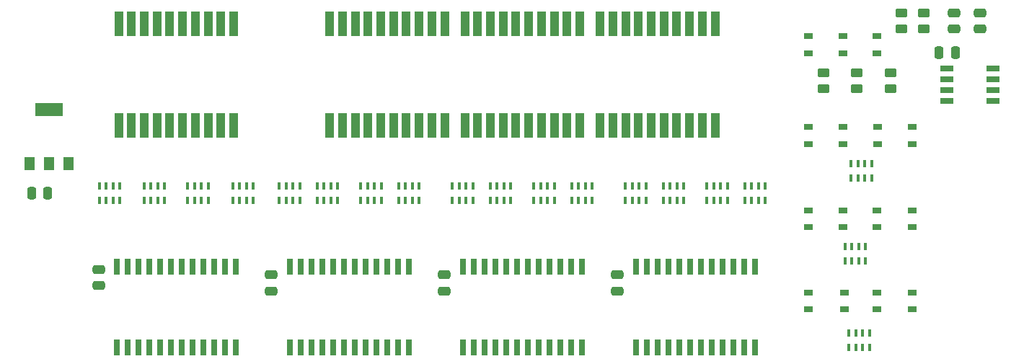
<source format=gtp>
%TF.GenerationSoftware,KiCad,Pcbnew,8.0.4*%
%TF.CreationDate,2024-08-08T15:11:11+02:00*%
%TF.ProjectId,W65C816 Debug Display,57363543-3831-4362-9044-656275672044,V1*%
%TF.SameCoordinates,PX2b4c984PY5781bbc*%
%TF.FileFunction,Paste,Top*%
%TF.FilePolarity,Positive*%
%FSLAX46Y46*%
G04 Gerber Fmt 4.6, Leading zero omitted, Abs format (unit mm)*
G04 Created by KiCad (PCBNEW 8.0.4) date 2024-08-08 15:11:11*
%MOMM*%
%LPD*%
G01*
G04 APERTURE LIST*
G04 Aperture macros list*
%AMRoundRect*
0 Rectangle with rounded corners*
0 $1 Rounding radius*
0 $2 $3 $4 $5 $6 $7 $8 $9 X,Y pos of 4 corners*
0 Add a 4 corners polygon primitive as box body*
4,1,4,$2,$3,$4,$5,$6,$7,$8,$9,$2,$3,0*
0 Add four circle primitives for the rounded corners*
1,1,$1+$1,$2,$3*
1,1,$1+$1,$4,$5*
1,1,$1+$1,$6,$7*
1,1,$1+$1,$8,$9*
0 Add four rect primitives between the rounded corners*
20,1,$1+$1,$2,$3,$4,$5,0*
20,1,$1+$1,$4,$5,$6,$7,0*
20,1,$1+$1,$6,$7,$8,$9,0*
20,1,$1+$1,$8,$9,$2,$3,0*%
G04 Aperture macros list end*
%ADD10R,0.450000X0.900000*%
%ADD11R,1.000000X0.800000*%
%ADD12R,1.000000X3.000000*%
%ADD13RoundRect,0.250000X-0.475000X0.250000X-0.475000X-0.250000X0.475000X-0.250000X0.475000X0.250000X0*%
%ADD14RoundRect,0.250000X0.450000X-0.262500X0.450000X0.262500X-0.450000X0.262500X-0.450000X-0.262500X0*%
%ADD15R,1.550000X0.650000*%
%ADD16RoundRect,0.250000X0.475000X-0.250000X0.475000X0.250000X-0.475000X0.250000X-0.475000X-0.250000X0*%
%ADD17R,0.650000X1.925000*%
%ADD18R,1.200000X1.500000*%
%ADD19R,3.300000X1.500000*%
%ADD20RoundRect,0.250000X-0.450000X0.262500X-0.450000X-0.262500X0.450000X-0.262500X0.450000X0.262500X0*%
%ADD21RoundRect,0.250000X0.250000X0.475000X-0.250000X0.475000X-0.250000X-0.475000X0.250000X-0.475000X0*%
%ADD22RoundRect,0.250000X-0.250000X-0.475000X0.250000X-0.475000X0.250000X0.475000X-0.250000X0.475000X0*%
G04 APERTURE END LIST*
D10*
%TO.C,RN4*%
X15417800Y21057500D03*
X16217800Y21057500D03*
X17017800Y21057500D03*
X17817800Y21057500D03*
X17817800Y22757500D03*
X17017800Y22757500D03*
X16217800Y22757500D03*
X15417800Y22757500D03*
%TD*%
D11*
%TO.C,LED5*%
X102743000Y19923800D03*
X102743000Y17923800D03*
%TD*%
D10*
%TO.C,RN11*%
X68846700Y22757500D03*
X68046700Y22757500D03*
X67246700Y22757500D03*
X66446700Y22757500D03*
X66446700Y21057500D03*
X67246700Y21057500D03*
X68046700Y21057500D03*
X68846700Y21057500D03*
%TD*%
D11*
%TO.C,LED10*%
X106807000Y29702800D03*
X106807000Y27702800D03*
%TD*%
D12*
%TO.C,DS3*%
X58337500Y29877500D03*
X59837500Y29877500D03*
X61337500Y29877500D03*
X62837500Y29877500D03*
X64337500Y29877500D03*
X65837500Y29877500D03*
X67337500Y29877500D03*
X68837500Y29877500D03*
X70337500Y29877500D03*
X71837500Y29877500D03*
X71837500Y41877500D03*
X70337500Y41877500D03*
X68837500Y41877500D03*
X67337500Y41877500D03*
X65837500Y41877500D03*
X64337500Y41877500D03*
X62837500Y41877500D03*
X61337500Y41877500D03*
X59837500Y41877500D03*
X58337500Y41877500D03*
%TD*%
D10*
%TO.C,RN8*%
X56883300Y21057500D03*
X57683300Y21057500D03*
X58483300Y21057500D03*
X59283300Y21057500D03*
X59283300Y22757500D03*
X58483300Y22757500D03*
X57683300Y22757500D03*
X56883300Y22757500D03*
%TD*%
D11*
%TO.C,LED11*%
X110871000Y29702800D03*
X110871000Y27702800D03*
%TD*%
D13*
%TO.C,C31*%
X76200000Y12364000D03*
X76200000Y10464000D03*
%TD*%
D14*
%TO.C,R5*%
X112188121Y41251500D03*
X112188121Y43076500D03*
%TD*%
D15*
%TO.C,IC10*%
X114934121Y36576000D03*
X114934121Y35306000D03*
X114934121Y34036000D03*
X114934121Y32766000D03*
X120384121Y32766000D03*
X120384121Y34036000D03*
X120384121Y35306000D03*
X120384121Y36576000D03*
%TD*%
D12*
%TO.C,DS2*%
X17697500Y29877500D03*
X19197500Y29877500D03*
X20697500Y29877500D03*
X22197500Y29877500D03*
X23697500Y29877500D03*
X25197500Y29877500D03*
X26697500Y29877500D03*
X28197500Y29877500D03*
X29697500Y29877500D03*
X31197500Y29877500D03*
X31197500Y41877500D03*
X29697500Y41877500D03*
X28197500Y41877500D03*
X26697500Y41877500D03*
X25197500Y41877500D03*
X23697500Y41877500D03*
X22197500Y41877500D03*
X20697500Y41877500D03*
X19197500Y41877500D03*
X17697500Y41877500D03*
%TD*%
D13*
%TO.C,C37*%
X55880000Y12364000D03*
X55880000Y10464000D03*
%TD*%
D11*
%TO.C,LED9*%
X102743000Y29702800D03*
X102743000Y27702800D03*
%TD*%
D16*
%TO.C,C7*%
X118802121Y41230000D03*
X118802121Y43130000D03*
%TD*%
D11*
%TO.C,LED13*%
X102870000Y10271800D03*
X102870000Y8271800D03*
%TD*%
D10*
%TO.C,RN10*%
X73291700Y22757500D03*
X72491700Y22757500D03*
X71691700Y22757500D03*
X70891700Y22757500D03*
X70891700Y21057500D03*
X71691700Y21057500D03*
X72491700Y21057500D03*
X73291700Y21057500D03*
%TD*%
%TO.C,RN22*%
X103448000Y3820000D03*
X104248000Y3820000D03*
X105048000Y3820000D03*
X105848000Y3820000D03*
X105848000Y5520000D03*
X105048000Y5520000D03*
X104248000Y5520000D03*
X103448000Y5520000D03*
%TD*%
D11*
%TO.C,LED3*%
X102743000Y40370800D03*
X102743000Y38370800D03*
%TD*%
%TO.C,LED2*%
X98679000Y40370800D03*
X98679000Y38370800D03*
%TD*%
D16*
%TO.C,C8*%
X115754121Y41230000D03*
X115754121Y43130000D03*
%TD*%
D14*
%TO.C,R7*%
X100447000Y34251300D03*
X100447000Y36076300D03*
%TD*%
D11*
%TO.C,LED4*%
X98679000Y19923800D03*
X98679000Y17923800D03*
%TD*%
D12*
%TO.C,DS5*%
X42462500Y29877500D03*
X43962500Y29877500D03*
X45462500Y29877500D03*
X46962500Y29877500D03*
X48462500Y29877500D03*
X49962500Y29877500D03*
X51462500Y29877500D03*
X52962500Y29877500D03*
X54462500Y29877500D03*
X55962500Y29877500D03*
X55962500Y41877500D03*
X54462500Y41877500D03*
X52962500Y41877500D03*
X51462500Y41877500D03*
X49962500Y41877500D03*
X48462500Y41877500D03*
X46962500Y41877500D03*
X45462500Y41877500D03*
X43962500Y41877500D03*
X42462500Y41877500D03*
%TD*%
D10*
%TO.C,RN20*%
X102990800Y13964800D03*
X103790800Y13964800D03*
X104590800Y13964800D03*
X105390800Y13964800D03*
X105390800Y15664800D03*
X104590800Y15664800D03*
X103790800Y15664800D03*
X102990800Y15664800D03*
%TD*%
D17*
%TO.C,IC21*%
X37782500Y3860500D03*
X39052500Y3860500D03*
X40322500Y3860500D03*
X41592500Y3860500D03*
X42862500Y3860500D03*
X44132500Y3860500D03*
X45402500Y3860500D03*
X46672500Y3860500D03*
X47942500Y3860500D03*
X49212500Y3860500D03*
X50482500Y3860500D03*
X51752500Y3860500D03*
X51752500Y13284500D03*
X50482500Y13284500D03*
X49212500Y13284500D03*
X47942500Y13284500D03*
X46672500Y13284500D03*
X45402500Y13284500D03*
X44132500Y13284500D03*
X42862500Y13284500D03*
X41592500Y13284500D03*
X40322500Y13284500D03*
X39052500Y13284500D03*
X37782500Y13284500D03*
%TD*%
D18*
%TO.C,IC1*%
X7225000Y25375000D03*
X9525000Y25375000D03*
X11825000Y25375000D03*
D19*
X9525000Y31775000D03*
%TD*%
D13*
%TO.C,C33*%
X35560000Y12364000D03*
X35560000Y10464000D03*
%TD*%
D11*
%TO.C,LED6*%
X106680000Y19923800D03*
X106680000Y17923800D03*
%TD*%
D17*
%TO.C,IC19*%
X58102500Y3860500D03*
X59372500Y3860500D03*
X60642500Y3860500D03*
X61912500Y3860500D03*
X63182500Y3860500D03*
X64452500Y3860500D03*
X65722500Y3860500D03*
X66992500Y3860500D03*
X68262500Y3860500D03*
X69532500Y3860500D03*
X70802500Y3860500D03*
X72072500Y3860500D03*
X72072500Y13284500D03*
X70802500Y13284500D03*
X69532500Y13284500D03*
X68262500Y13284500D03*
X66992500Y13284500D03*
X65722500Y13284500D03*
X64452500Y13284500D03*
X63182500Y13284500D03*
X61912500Y13284500D03*
X60642500Y13284500D03*
X59372500Y13284500D03*
X58102500Y13284500D03*
%TD*%
D11*
%TO.C,LED12*%
X98679000Y10271800D03*
X98679000Y8271800D03*
%TD*%
D10*
%TO.C,RN9*%
X61328300Y21057500D03*
X62128300Y21057500D03*
X62928300Y21057500D03*
X63728300Y21057500D03*
X63728300Y22757500D03*
X62928300Y22757500D03*
X62128300Y22757500D03*
X61328300Y22757500D03*
%TD*%
%TO.C,RN18*%
X52971700Y22757500D03*
X52171700Y22757500D03*
X51371700Y22757500D03*
X50571700Y22757500D03*
X50571700Y21057500D03*
X51371700Y21057500D03*
X52171700Y21057500D03*
X52971700Y21057500D03*
%TD*%
D14*
%TO.C,R8*%
X104384000Y34251300D03*
X104384000Y36076300D03*
%TD*%
D10*
%TO.C,RN16*%
X36563300Y21057500D03*
X37363300Y21057500D03*
X38163300Y21057500D03*
X38963300Y21057500D03*
X38963300Y22757500D03*
X38163300Y22757500D03*
X37363300Y22757500D03*
X36563300Y22757500D03*
%TD*%
D14*
%TO.C,R1*%
X108321000Y34251300D03*
X108321000Y36076300D03*
%TD*%
D10*
%TO.C,RN21*%
X103702000Y23743800D03*
X104502000Y23743800D03*
X105302000Y23743800D03*
X106102000Y23743800D03*
X106102000Y25443800D03*
X105302000Y25443800D03*
X104502000Y25443800D03*
X103702000Y25443800D03*
%TD*%
D11*
%TO.C,LED1*%
X106680000Y40370800D03*
X106680000Y38370800D03*
%TD*%
D10*
%TO.C,RN15*%
X89166700Y22757500D03*
X88366700Y22757500D03*
X87566700Y22757500D03*
X86766700Y22757500D03*
X86766700Y21057500D03*
X87566700Y21057500D03*
X88366700Y21057500D03*
X89166700Y21057500D03*
%TD*%
%TO.C,RN13*%
X81648300Y21057500D03*
X82448300Y21057500D03*
X83248300Y21057500D03*
X84048300Y21057500D03*
X84048300Y22757500D03*
X83248300Y22757500D03*
X82448300Y22757500D03*
X81648300Y22757500D03*
%TD*%
%TO.C,RN17*%
X41008300Y21057500D03*
X41808300Y21057500D03*
X42608300Y21057500D03*
X43408300Y21057500D03*
X43408300Y22757500D03*
X42608300Y22757500D03*
X41808300Y22757500D03*
X41008300Y22757500D03*
%TD*%
D20*
%TO.C,R4*%
X109611000Y43076500D03*
X109611000Y41251500D03*
%TD*%
D10*
%TO.C,RN19*%
X48526700Y22757500D03*
X47726700Y22757500D03*
X46926700Y22757500D03*
X46126700Y22757500D03*
X46126700Y21057500D03*
X46926700Y21057500D03*
X47726700Y21057500D03*
X48526700Y21057500D03*
%TD*%
D11*
%TO.C,LED15*%
X110871000Y10271800D03*
X110871000Y8271800D03*
%TD*%
%TO.C,LED7*%
X110871000Y19923800D03*
X110871000Y17923800D03*
%TD*%
%TO.C,LED8*%
X98679000Y29702800D03*
X98679000Y27702800D03*
%TD*%
D10*
%TO.C,RN12*%
X77203300Y21057500D03*
X78003300Y21057500D03*
X78803300Y21057500D03*
X79603300Y21057500D03*
X79603300Y22757500D03*
X78803300Y22757500D03*
X78003300Y22757500D03*
X77203300Y22757500D03*
%TD*%
%TO.C,RN5*%
X20693300Y21057500D03*
X21493300Y21057500D03*
X22293300Y21057500D03*
X23093300Y21057500D03*
X23093300Y22757500D03*
X22293300Y22757500D03*
X21493300Y22757500D03*
X20693300Y22757500D03*
%TD*%
%TO.C,RN14*%
X93611700Y22757500D03*
X92811700Y22757500D03*
X92011700Y22757500D03*
X91211700Y22757500D03*
X91211700Y21057500D03*
X92011700Y21057500D03*
X92811700Y21057500D03*
X93611700Y21057500D03*
%TD*%
D17*
%TO.C,IC20*%
X78422500Y3860500D03*
X79692500Y3860500D03*
X80962500Y3860500D03*
X82232500Y3860500D03*
X83502500Y3860500D03*
X84772500Y3860500D03*
X86042500Y3860500D03*
X87312500Y3860500D03*
X88582500Y3860500D03*
X89852500Y3860500D03*
X91122500Y3860500D03*
X92392500Y3860500D03*
X92392500Y13284500D03*
X91122500Y13284500D03*
X89852500Y13284500D03*
X88582500Y13284500D03*
X87312500Y13284500D03*
X86042500Y13284500D03*
X84772500Y13284500D03*
X83502500Y13284500D03*
X82232500Y13284500D03*
X80962500Y13284500D03*
X79692500Y13284500D03*
X78422500Y13284500D03*
%TD*%
D21*
%TO.C,C24*%
X115926121Y38481000D03*
X114026121Y38481000D03*
%TD*%
D10*
%TO.C,RN6*%
X28206700Y22757500D03*
X27406700Y22757500D03*
X26606700Y22757500D03*
X25806700Y22757500D03*
X25806700Y21057500D03*
X26606700Y21057500D03*
X27406700Y21057500D03*
X28206700Y21057500D03*
%TD*%
D22*
%TO.C,C2*%
X7448000Y21971000D03*
X9348000Y21971000D03*
%TD*%
D17*
%TO.C,IC18*%
X17462500Y3860500D03*
X18732500Y3860500D03*
X20002500Y3860500D03*
X21272500Y3860500D03*
X22542500Y3860500D03*
X23812500Y3860500D03*
X25082500Y3860500D03*
X26352500Y3860500D03*
X27622500Y3860500D03*
X28892500Y3860500D03*
X30162500Y3860500D03*
X31432500Y3860500D03*
X31432500Y13284500D03*
X30162500Y13284500D03*
X28892500Y13284500D03*
X27622500Y13284500D03*
X26352500Y13284500D03*
X25082500Y13284500D03*
X23812500Y13284500D03*
X22542500Y13284500D03*
X21272500Y13284500D03*
X20002500Y13284500D03*
X18732500Y13284500D03*
X17462500Y13284500D03*
%TD*%
D11*
%TO.C,LED14*%
X106680000Y10271800D03*
X106680000Y8271800D03*
%TD*%
D13*
%TO.C,C35*%
X15367000Y12999000D03*
X15367000Y11099000D03*
%TD*%
D10*
%TO.C,RN7*%
X33477200Y22757500D03*
X32677200Y22757500D03*
X31877200Y22757500D03*
X31077200Y22757500D03*
X31077200Y21057500D03*
X31877200Y21057500D03*
X32677200Y21057500D03*
X33477200Y21057500D03*
%TD*%
D12*
%TO.C,DS4*%
X74212500Y29877500D03*
X75712500Y29877500D03*
X77212500Y29877500D03*
X78712500Y29877500D03*
X80212500Y29877500D03*
X81712500Y29877500D03*
X83212500Y29877500D03*
X84712500Y29877500D03*
X86212500Y29877500D03*
X87712500Y29877500D03*
X87712500Y41877500D03*
X86212500Y41877500D03*
X84712500Y41877500D03*
X83212500Y41877500D03*
X81712500Y41877500D03*
X80212500Y41877500D03*
X78712500Y41877500D03*
X77212500Y41877500D03*
X75712500Y41877500D03*
X74212500Y41877500D03*
%TD*%
M02*

</source>
